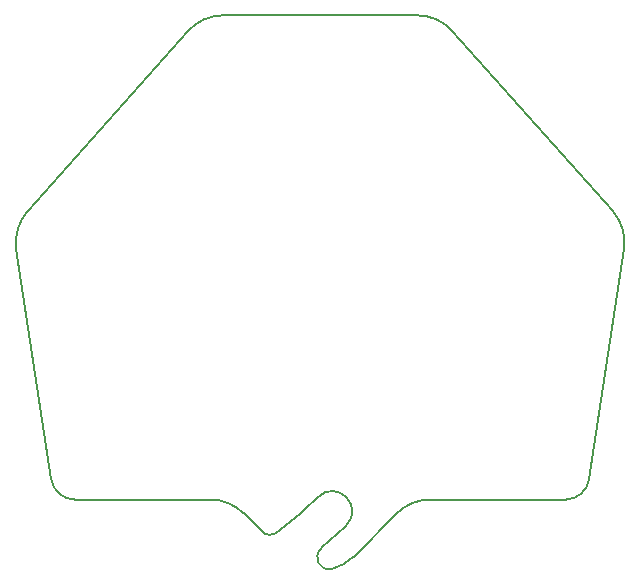
<source format=gm1>
%TF.GenerationSoftware,KiCad,Pcbnew,8.0.8*%
%TF.CreationDate,2025-01-29T22:29:46+01:00*%
%TF.ProjectId,xol-pcb,786f6c2d-7063-4622-9e6b-696361645f70,rev?*%
%TF.SameCoordinates,Original*%
%TF.FileFunction,Profile,NP*%
%FSLAX46Y46*%
G04 Gerber Fmt 4.6, Leading zero omitted, Abs format (unit mm)*
G04 Created by KiCad (PCBNEW 8.0.8) date 2025-01-29 22:29:46*
%MOMM*%
%LPD*%
G01*
G04 APERTURE LIST*
%TA.AperFunction,Profile*%
%ADD10C,0.200000*%
%TD*%
G04 APERTURE END LIST*
D10*
X65840627Y-30245996D02*
G75*
G02*
X68827052Y-31584959I-27J-4000004D01*
G01*
X57429120Y-71048348D02*
G75*
G02*
X53970226Y-74033313I-21720120J21672148D01*
G01*
X58624904Y-77121317D02*
G75*
G02*
X57731076Y-75389292I-247704J968817D01*
G01*
X46440937Y-31584947D02*
G75*
G02*
X49427376Y-30245979I2986463J-2661053D01*
G01*
X82383540Y-46799090D02*
X68827066Y-31584947D01*
X80392158Y-69546324D02*
X83351745Y-50060796D01*
X59835941Y-73449850D02*
X57731048Y-75389259D01*
X36853167Y-71245996D02*
X48320293Y-71245996D01*
X31916258Y-50060796D02*
X34875844Y-69546324D01*
X64119283Y-72417569D02*
G75*
G02*
X66947710Y-71246004I2828417J-2828431D01*
G01*
X65840627Y-30245996D02*
X49427376Y-30245996D01*
X60462428Y-76074423D02*
X64119283Y-72417569D01*
X46440937Y-31584947D02*
X32884463Y-46799090D01*
X57429120Y-71048348D02*
G75*
G02*
X59835911Y-73449820I1203380J-1200752D01*
G01*
X60462428Y-76074423D02*
G75*
G02*
X58624904Y-77121318I-2828428J2828423D01*
G01*
X53970225Y-74033311D02*
G75*
G02*
X52667991Y-73936779I-595125J803611D01*
G01*
X80392158Y-69546324D02*
G75*
G02*
X78414836Y-71246021I-1977258J300224D01*
G01*
X31916258Y-50060796D02*
G75*
G02*
X32884464Y-46799091I3954642J600656D01*
G01*
X48320293Y-71245996D02*
G75*
G02*
X51148724Y-72417565I7J-4000004D01*
G01*
X36853167Y-71245996D02*
G75*
G02*
X34875880Y-69546318I33J1999996D01*
G01*
X82383540Y-46799090D02*
G75*
G02*
X83351737Y-50060795I-2986340J-2661010D01*
G01*
X51148720Y-72417569D02*
X52667961Y-73936809D01*
X66947710Y-71245996D02*
X78414836Y-71245996D01*
M02*

</source>
